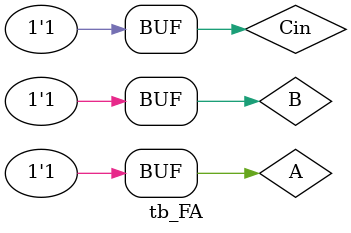
<source format=v>
`timescale 1ns / 1ps


module tb_FA;

	// Inputs
	reg A;
	reg B;
	reg Cin;

	// Outputs
	wire S;
	wire Cout;

	// Instantiate the Unit Under Test (UUT)
	FA uut (
		.A(A), 
		.B(B), 
		.Cin(Cin), 
		.S(S), 
		.Cout(Cout)
	);

	initial begin
		// Initialize Inputs
		A = 0;
		B = 0;
		Cin = 0;

		// Wait 100 ns for global reset to finish
		A = 1'b0; B = 1'b0; Cin = 1'b0;
		#100;
		
		A = 1'b1; B = 1'b0; Cin = 1'b0;
		#100;
		
		A = 1'b0; B = 1'b1; Cin = 1'b1;
		#100;
		
		A = 1'b1; B = 1'b1; Cin = 1'b1;
		#100;
        
		// Add stimulus here

	end
      
endmodule


</source>
